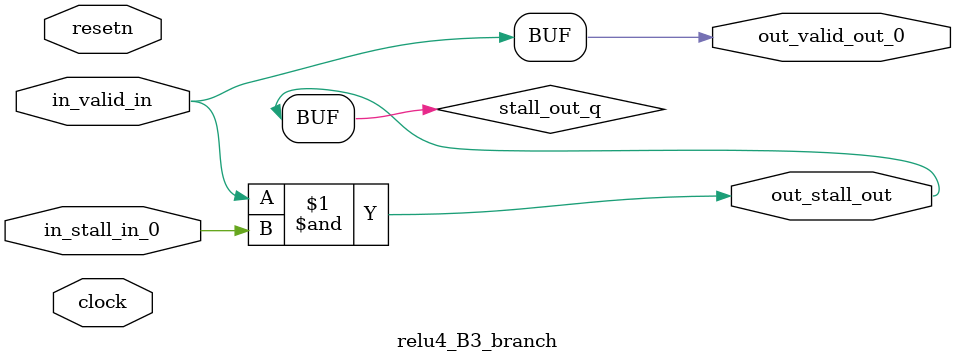
<source format=sv>



(* altera_attribute = "-name AUTO_SHIFT_REGISTER_RECOGNITION OFF; -name MESSAGE_DISABLE 10036; -name MESSAGE_DISABLE 10037; -name MESSAGE_DISABLE 14130; -name MESSAGE_DISABLE 14320; -name MESSAGE_DISABLE 15400; -name MESSAGE_DISABLE 14130; -name MESSAGE_DISABLE 10036; -name MESSAGE_DISABLE 12020; -name MESSAGE_DISABLE 12030; -name MESSAGE_DISABLE 12010; -name MESSAGE_DISABLE 12110; -name MESSAGE_DISABLE 14320; -name MESSAGE_DISABLE 13410; -name MESSAGE_DISABLE 113007; -name MESSAGE_DISABLE 10958" *)
module relu4_B3_branch (
    input wire [0:0] in_stall_in_0,
    input wire [0:0] in_valid_in,
    output wire [0:0] out_stall_out,
    output wire [0:0] out_valid_out_0,
    input wire clock,
    input wire resetn
    );

    wire [0:0] stall_out_q;


    // stall_out(LOGICAL,6)
    assign stall_out_q = in_valid_in & in_stall_in_0;

    // out_stall_out(GPOUT,4)
    assign out_stall_out = stall_out_q;

    // out_valid_out_0(GPOUT,5)
    assign out_valid_out_0 = in_valid_in;

endmodule

</source>
